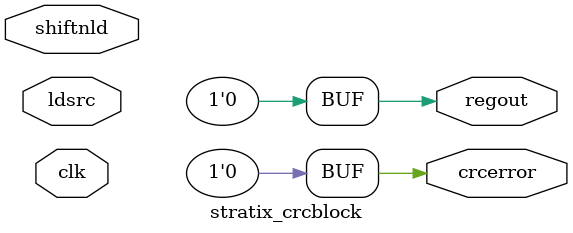
<source format=v>
module  stratix_crcblock (
    clk,
    shiftnld,
   ldsrc,
    crcerror,
    regout);
input clk;
input shiftnld;
input ldsrc;
output crcerror;
output regout;
assign crcerror = 1'b0;
assign regout = 1'b0;
parameter oscillator_divider = 1;
parameter lpm_type = "stratix_crcblock";
endmodule
</source>
